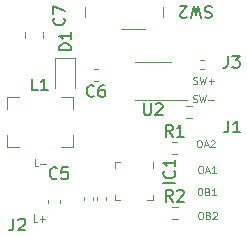
<source format=gbr>
G04 %TF.GenerationSoftware,KiCad,Pcbnew,(6.0.9-0)@% jlc*
G04 %TF.CreationDate,2023-01-04T12:54:03-08:00@% jlc*
G04 %TF.ProjectId,TMC2300-BOB v1.0,544d4332-3330-4302-9d42-4f422076312e,rev?@% jlc*
G04 %TF.SameCoordinates,Original@% jlc*
G04 %TF.FileFunction,Legend,Top@% jlc*
G04 %TF.FilePolarity,Positive@% jlc*
%FSLAX46Y46*%
G04 Gerber Fmt 4.6, Leading zero omitted, Abs format (unit mm)*
G04 Created by KiCad (PCBNEW (6.0.9-0)) date 2023-01-04 12:54:03*
%MOMM*%
%LPD*%
G01*
G04 APERTURE LIST*
%ADD10C,0.100000*%
%ADD11C,0.150000*%
%ADD12C,0.120000*%
G04 APERTURE END LIST*
D10*
X17238542Y8354971D02*
X17352828Y8354971D01*
X17409971Y8326400D01*
X17467114Y8269257D01*
X17495685Y8154971D01*
X17495685Y7954971D01*
X17467114Y7840685D01*
X17409971Y7783542D01*
X17352828Y7754971D01*
X17238542Y7754971D01*
X17181400Y7783542D01*
X17124257Y7840685D01*
X17095685Y7954971D01*
X17095685Y8154971D01*
X17124257Y8269257D01*
X17181400Y8326400D01*
X17238542Y8354971D01*
X17724257Y7926400D02*
X18009971Y7926400D01*
X17667114Y7754971D02*
X17867114Y8354971D01*
X18067114Y7754971D01*
X18238542Y8297828D02*
X18267114Y8326400D01*
X18324257Y8354971D01*
X18467114Y8354971D01*
X18524257Y8326400D01*
X18552828Y8297828D01*
X18581400Y8240685D01*
X18581400Y8183542D01*
X18552828Y8097828D01*
X18209971Y7754971D01*
X18581400Y7754971D01*
X17340142Y6170571D02*
X17454428Y6170571D01*
X17511571Y6142000D01*
X17568714Y6084857D01*
X17597285Y5970571D01*
X17597285Y5770571D01*
X17568714Y5656285D01*
X17511571Y5599142D01*
X17454428Y5570571D01*
X17340142Y5570571D01*
X17283000Y5599142D01*
X17225857Y5656285D01*
X17197285Y5770571D01*
X17197285Y5970571D01*
X17225857Y6084857D01*
X17283000Y6142000D01*
X17340142Y6170571D01*
X17825857Y5742000D02*
X18111571Y5742000D01*
X17768714Y5570571D02*
X17968714Y6170571D01*
X18168714Y5570571D01*
X18683000Y5570571D02*
X18340142Y5570571D01*
X18511571Y5570571D02*
X18511571Y6170571D01*
X18454428Y6084857D01*
X18397285Y6027714D01*
X18340142Y5999142D01*
X17289342Y4290971D02*
X17403628Y4290971D01*
X17460771Y4262400D01*
X17517914Y4205257D01*
X17546485Y4090971D01*
X17546485Y3890971D01*
X17517914Y3776685D01*
X17460771Y3719542D01*
X17403628Y3690971D01*
X17289342Y3690971D01*
X17232200Y3719542D01*
X17175057Y3776685D01*
X17146485Y3890971D01*
X17146485Y4090971D01*
X17175057Y4205257D01*
X17232200Y4262400D01*
X17289342Y4290971D01*
X18003628Y4005257D02*
X18089342Y3976685D01*
X18117914Y3948114D01*
X18146485Y3890971D01*
X18146485Y3805257D01*
X18117914Y3748114D01*
X18089342Y3719542D01*
X18032200Y3690971D01*
X17803628Y3690971D01*
X17803628Y4290971D01*
X18003628Y4290971D01*
X18060771Y4262400D01*
X18089342Y4233828D01*
X18117914Y4176685D01*
X18117914Y4119542D01*
X18089342Y4062400D01*
X18060771Y4033828D01*
X18003628Y4005257D01*
X17803628Y4005257D01*
X18717914Y3690971D02*
X18375057Y3690971D01*
X18546485Y3690971D02*
X18546485Y4290971D01*
X18489342Y4205257D01*
X18432200Y4148114D01*
X18375057Y4119542D01*
X17340142Y2284371D02*
X17454428Y2284371D01*
X17511571Y2255800D01*
X17568714Y2198657D01*
X17597285Y2084371D01*
X17597285Y1884371D01*
X17568714Y1770085D01*
X17511571Y1712942D01*
X17454428Y1684371D01*
X17340142Y1684371D01*
X17283000Y1712942D01*
X17225857Y1770085D01*
X17197285Y1884371D01*
X17197285Y2084371D01*
X17225857Y2198657D01*
X17283000Y2255800D01*
X17340142Y2284371D01*
X18054428Y1998657D02*
X18140142Y1970085D01*
X18168714Y1941514D01*
X18197285Y1884371D01*
X18197285Y1798657D01*
X18168714Y1741514D01*
X18140142Y1712942D01*
X18083000Y1684371D01*
X17854428Y1684371D01*
X17854428Y2284371D01*
X18054428Y2284371D01*
X18111571Y2255800D01*
X18140142Y2227228D01*
X18168714Y2170085D01*
X18168714Y2112942D01*
X18140142Y2055800D01*
X18111571Y2027228D01*
X18054428Y1998657D01*
X17854428Y1998657D01*
X18425857Y2227228D02*
X18454428Y2255800D01*
X18511571Y2284371D01*
X18654428Y2284371D01*
X18711571Y2255800D01*
X18740142Y2227228D01*
X18768714Y2170085D01*
X18768714Y2112942D01*
X18740142Y2027228D01*
X18397285Y1684371D01*
X18768714Y1684371D01*
D11*
X1541666Y1722619D02*
X1541666Y1008333D01*
X1494047Y865476D01*
X1398809Y770238D01*
X1255952Y722619D01*
X1160714Y722619D01*
X1970238Y1627380D02*
X2017857Y1675000D01*
X2113095Y1722619D01*
X2351190Y1722619D01*
X2446428Y1675000D01*
X2494047Y1627380D01*
X2541666Y1532142D01*
X2541666Y1436904D01*
X2494047Y1294047D01*
X1922619Y722619D01*
X2541666Y722619D01*
D10*
X16779285Y13157142D02*
X16865000Y13128571D01*
X17007857Y13128571D01*
X17065000Y13157142D01*
X17093571Y13185714D01*
X17122142Y13242857D01*
X17122142Y13300000D01*
X17093571Y13357142D01*
X17065000Y13385714D01*
X17007857Y13414285D01*
X16893571Y13442857D01*
X16836428Y13471428D01*
X16807857Y13500000D01*
X16779285Y13557142D01*
X16779285Y13614285D01*
X16807857Y13671428D01*
X16836428Y13700000D01*
X16893571Y13728571D01*
X17036428Y13728571D01*
X17122142Y13700000D01*
X17322142Y13728571D02*
X17465000Y13128571D01*
X17579285Y13557142D01*
X17693571Y13128571D01*
X17836428Y13728571D01*
X18065000Y13357142D02*
X18522142Y13357142D01*
X18293571Y13128571D02*
X18293571Y13585714D01*
X16754285Y11607142D02*
X16840000Y11578571D01*
X16982857Y11578571D01*
X17040000Y11607142D01*
X17068571Y11635714D01*
X17097142Y11692857D01*
X17097142Y11750000D01*
X17068571Y11807142D01*
X17040000Y11835714D01*
X16982857Y11864285D01*
X16868571Y11892857D01*
X16811428Y11921428D01*
X16782857Y11950000D01*
X16754285Y12007142D01*
X16754285Y12064285D01*
X16782857Y12121428D01*
X16811428Y12150000D01*
X16868571Y12178571D01*
X17011428Y12178571D01*
X17097142Y12150000D01*
X17297142Y12178571D02*
X17440000Y11578571D01*
X17554285Y12007142D01*
X17668571Y11578571D01*
X17811428Y12178571D01*
X18040000Y11807142D02*
X18497142Y11807142D01*
X3618571Y6153571D02*
X3332857Y6153571D01*
X3332857Y6753571D01*
X3818571Y6382142D02*
X4275714Y6382142D01*
X3568571Y1478571D02*
X3282857Y1478571D01*
X3282857Y2078571D01*
X3768571Y1707142D02*
X4225714Y1707142D01*
X3997142Y1478571D02*
X3997142Y1935714D01*
D11*
G04 %TO.C,R1@% jlc*
X15022533Y8673819D02*
X14689200Y9150009D01*
X14451104Y8673819D02*
X14451104Y9673819D01*
X14832057Y9673819D01*
X14927295Y9626200D01*
X14974914Y9578580D01*
X15022533Y9483342D01*
X15022533Y9340485D01*
X14974914Y9245247D01*
X14927295Y9197628D01*
X14832057Y9150009D01*
X14451104Y9150009D01*
X15974914Y8673819D02*
X15403485Y8673819D01*
X15689200Y8673819D02*
X15689200Y9673819D01*
X15593961Y9530961D01*
X15498723Y9435723D01*
X15403485Y9388104D01*
G04 %TO.C,R2@% jlc*
X15034733Y3162019D02*
X14701400Y3638209D01*
X14463304Y3162019D02*
X14463304Y4162019D01*
X14844257Y4162019D01*
X14939495Y4114400D01*
X14987114Y4066780D01*
X15034733Y3971542D01*
X15034733Y3828685D01*
X14987114Y3733447D01*
X14939495Y3685828D01*
X14844257Y3638209D01*
X14463304Y3638209D01*
X15415685Y4066780D02*
X15463304Y4114400D01*
X15558542Y4162019D01*
X15796638Y4162019D01*
X15891876Y4114400D01*
X15939495Y4066780D01*
X15987114Y3971542D01*
X15987114Y3876304D01*
X15939495Y3733447D01*
X15368066Y3162019D01*
X15987114Y3162019D01*
G04 %TO.C,C5@% jlc*
X5233333Y5167857D02*
X5185714Y5120238D01*
X5042857Y5072619D01*
X4947619Y5072619D01*
X4804761Y5120238D01*
X4709523Y5215476D01*
X4661904Y5310714D01*
X4614285Y5501190D01*
X4614285Y5644047D01*
X4661904Y5834523D01*
X4709523Y5929761D01*
X4804761Y6025000D01*
X4947619Y6072619D01*
X5042857Y6072619D01*
X5185714Y6025000D01*
X5233333Y5977380D01*
X6138095Y6072619D02*
X5661904Y6072619D01*
X5614285Y5596428D01*
X5661904Y5644047D01*
X5757142Y5691666D01*
X5995238Y5691666D01*
X6090476Y5644047D01*
X6138095Y5596428D01*
X6185714Y5501190D01*
X6185714Y5263095D01*
X6138095Y5167857D01*
X6090476Y5120238D01*
X5995238Y5072619D01*
X5757142Y5072619D01*
X5661904Y5120238D01*
X5614285Y5167857D01*
G04 %TO.C,IC1@% jlc*
X15242380Y4713809D02*
X14242380Y4713809D01*
X15147142Y5761428D02*
X15194761Y5713809D01*
X15242380Y5570952D01*
X15242380Y5475714D01*
X15194761Y5332857D01*
X15099523Y5237619D01*
X15004285Y5190000D01*
X14813809Y5142380D01*
X14670952Y5142380D01*
X14480476Y5190000D01*
X14385238Y5237619D01*
X14290000Y5332857D01*
X14242380Y5475714D01*
X14242380Y5570952D01*
X14290000Y5713809D01*
X14337619Y5761428D01*
X15242380Y6713809D02*
X15242380Y6142380D01*
X15242380Y6428095D02*
X14242380Y6428095D01*
X14385238Y6332857D01*
X14480476Y6237619D01*
X14528095Y6142380D01*
G04 %TO.C,J3@% jlc*
X19707266Y15508219D02*
X19707266Y14793933D01*
X19659647Y14651076D01*
X19564409Y14555838D01*
X19421552Y14508219D01*
X19326314Y14508219D01*
X20088219Y15508219D02*
X20707266Y15508219D01*
X20373933Y15127266D01*
X20516790Y15127266D01*
X20612028Y15079647D01*
X20659647Y15032028D01*
X20707266Y14936790D01*
X20707266Y14698695D01*
X20659647Y14603457D01*
X20612028Y14555838D01*
X20516790Y14508219D01*
X20231076Y14508219D01*
X20135838Y14555838D01*
X20088219Y14603457D01*
G04 %TO.C,SW2@% jlc*
X18323333Y19664761D02*
X18180476Y19712380D01*
X17942380Y19712380D01*
X17847142Y19664761D01*
X17799523Y19617142D01*
X17751904Y19521904D01*
X17751904Y19426666D01*
X17799523Y19331428D01*
X17847142Y19283809D01*
X17942380Y19236190D01*
X18132857Y19188571D01*
X18228095Y19140952D01*
X18275714Y19093333D01*
X18323333Y18998095D01*
X18323333Y18902857D01*
X18275714Y18807619D01*
X18228095Y18760000D01*
X18132857Y18712380D01*
X17894761Y18712380D01*
X17751904Y18760000D01*
X17418571Y18712380D02*
X17180476Y19712380D01*
X16990000Y18998095D01*
X16799523Y19712380D01*
X16561428Y18712380D01*
X16228095Y18807619D02*
X16180476Y18760000D01*
X16085238Y18712380D01*
X15847142Y18712380D01*
X15751904Y18760000D01*
X15704285Y18807619D01*
X15656666Y18902857D01*
X15656666Y18998095D01*
X15704285Y19140952D01*
X16275714Y19712380D01*
X15656666Y19712380D01*
G04 %TO.C,C7@% jlc*
X5807142Y18713333D02*
X5854761Y18665714D01*
X5902380Y18522857D01*
X5902380Y18427619D01*
X5854761Y18284761D01*
X5759523Y18189523D01*
X5664285Y18141904D01*
X5473809Y18094285D01*
X5330952Y18094285D01*
X5140476Y18141904D01*
X5045238Y18189523D01*
X4950000Y18284761D01*
X4902380Y18427619D01*
X4902380Y18522857D01*
X4950000Y18665714D01*
X4997619Y18713333D01*
X4902380Y19046666D02*
X4902380Y19713333D01*
X5902380Y19284761D01*
G04 %TO.C,D1@% jlc*
X6427380Y15986904D02*
X5427380Y15986904D01*
X5427380Y16225000D01*
X5475000Y16367857D01*
X5570238Y16463095D01*
X5665476Y16510714D01*
X5855952Y16558333D01*
X5998809Y16558333D01*
X6189285Y16510714D01*
X6284523Y16463095D01*
X6379761Y16367857D01*
X6427380Y16225000D01*
X6427380Y15986904D01*
X6427380Y17510714D02*
X6427380Y16939285D01*
X6427380Y17225000D02*
X5427380Y17225000D01*
X5570238Y17129761D01*
X5665476Y17034523D01*
X5713095Y16939285D01*
G04 %TO.C,J1@% jlc*
X19747666Y10021819D02*
X19747666Y9307533D01*
X19700047Y9164676D01*
X19604809Y9069438D01*
X19461952Y9021819D01*
X19366714Y9021819D01*
X20747666Y9021819D02*
X20176238Y9021819D01*
X20461952Y9021819D02*
X20461952Y10021819D01*
X20366714Y9878961D01*
X20271476Y9783723D01*
X20176238Y9736104D01*
G04 %TO.C,C6@% jlc*
X8358333Y12112857D02*
X8310714Y12065238D01*
X8167857Y12017619D01*
X8072619Y12017619D01*
X7929761Y12065238D01*
X7834523Y12160476D01*
X7786904Y12255714D01*
X7739285Y12446190D01*
X7739285Y12589047D01*
X7786904Y12779523D01*
X7834523Y12874761D01*
X7929761Y12970000D01*
X8072619Y13017619D01*
X8167857Y13017619D01*
X8310714Y12970000D01*
X8358333Y12922380D01*
X9215476Y13017619D02*
X9025000Y13017619D01*
X8929761Y12970000D01*
X8882142Y12922380D01*
X8786904Y12779523D01*
X8739285Y12589047D01*
X8739285Y12208095D01*
X8786904Y12112857D01*
X8834523Y12065238D01*
X8929761Y12017619D01*
X9120238Y12017619D01*
X9215476Y12065238D01*
X9263095Y12112857D01*
X9310714Y12208095D01*
X9310714Y12446190D01*
X9263095Y12541428D01*
X9215476Y12589047D01*
X9120238Y12636666D01*
X8929761Y12636666D01*
X8834523Y12589047D01*
X8786904Y12541428D01*
X8739285Y12446190D01*
G04 %TO.C,L1@% jlc*
X3594833Y12572619D02*
X3118642Y12572619D01*
X3118642Y13572619D01*
X4451976Y12572619D02*
X3880547Y12572619D01*
X4166261Y12572619D02*
X4166261Y13572619D01*
X4071023Y13429761D01*
X3975785Y13334523D01*
X3880547Y13286904D01*
G04 %TO.C,U2@% jlc*
X12598495Y11483419D02*
X12598495Y10673895D01*
X12646114Y10578657D01*
X12693733Y10531038D01*
X12788971Y10483419D01*
X12979447Y10483419D01*
X13074685Y10531038D01*
X13122304Y10578657D01*
X13169923Y10673895D01*
X13169923Y11483419D01*
X13598495Y11388180D02*
X13646114Y11435800D01*
X13741352Y11483419D01*
X13979447Y11483419D01*
X14074685Y11435800D01*
X14122304Y11388180D01*
X14169923Y11292942D01*
X14169923Y11197704D01*
X14122304Y11054847D01*
X13550876Y10483419D01*
X14169923Y10483419D01*
D12*
G04 %TO.C,R1@% jlc*
X14951942Y8218700D02*
X15426458Y8218700D01*
X14951942Y7173700D02*
X15426458Y7173700D01*
G04 %TO.C,R2@% jlc*
X14964142Y2706900D02*
X15438658Y2706900D01*
X14964142Y1661900D02*
X15438658Y1661900D01*
G04 %TO.C,R3@% jlc*
X7519400Y3275359D02*
X7519400Y3582641D01*
X8279400Y3275359D02*
X8279400Y3582641D01*
G04 %TO.C,R4@% jlc*
X8637000Y3273359D02*
X8637000Y3580641D01*
X9397000Y3273359D02*
X9397000Y3580641D01*
G04 %TO.C,C5@% jlc*
X5460000Y3034420D02*
X5460000Y3315580D01*
X4440000Y3034420D02*
X4440000Y3315580D01*
G04 %TO.C,IC1@% jlc*
X13340000Y3720000D02*
X13340000Y3270000D01*
X13340000Y6040000D02*
X13340000Y6490000D01*
X13340000Y3270000D02*
X12890000Y3270000D01*
X10120000Y6040000D02*
X10120000Y6490000D01*
X10120000Y6490000D02*
X10570000Y6490000D01*
X10120000Y3720000D02*
X10120000Y3270000D01*
X10120000Y3270000D02*
X10570000Y3270000D01*
G04 %TO.C,SW2@% jlc*
X7574000Y18752800D02*
X7574000Y19667200D01*
X12654000Y17736800D02*
X10672800Y17736800D01*
X14228800Y18752800D02*
X14228800Y19667200D01*
G04 %TO.C,C7@% jlc*
X2545000Y17501252D02*
X2545000Y16978748D01*
X4015000Y17501252D02*
X4015000Y16978748D01*
G04 %TO.C,D1@% jlc*
X6750000Y15350000D02*
X6750000Y12800000D01*
X5050000Y15350000D02*
X5050000Y12800000D01*
X6750000Y15350000D02*
X5050000Y15350000D01*
G04 %TO.C,C6@% jlc*
X8665580Y13390000D02*
X8384420Y13390000D01*
X8665580Y14410000D02*
X8384420Y14410000D01*
G04 %TO.C,R6@% jlc*
X16196542Y10247100D02*
X16671058Y10247100D01*
X16196542Y11292100D02*
X16671058Y11292100D01*
G04 %TO.C,R5@% jlc*
X17346959Y14377400D02*
X17654241Y14377400D01*
X17346959Y15137400D02*
X17654241Y15137400D01*
G04 %TO.C,L1@% jlc*
X967500Y7815000D02*
X1992500Y7815000D01*
X967500Y12035000D02*
X967500Y11010000D01*
X6560000Y7815000D02*
X6560000Y8840000D01*
X6560000Y12035000D02*
X5535000Y12035000D01*
X967500Y12035000D02*
X1992500Y12035000D01*
X967500Y7815000D02*
X967500Y8840000D01*
X6560000Y7815000D02*
X5535000Y7815000D01*
X6560000Y12035000D02*
X6560000Y11010000D01*
G04 %TO.C,U2@% jlc*
X13360400Y14995800D02*
X14860400Y14995800D01*
X13360400Y11775800D02*
X11860400Y11775800D01*
X13360400Y11775800D02*
X16235400Y11775800D01*
X13360400Y14995800D02*
X11860400Y14995800D01*
G04 %TD@% jlc*
M02*

</source>
